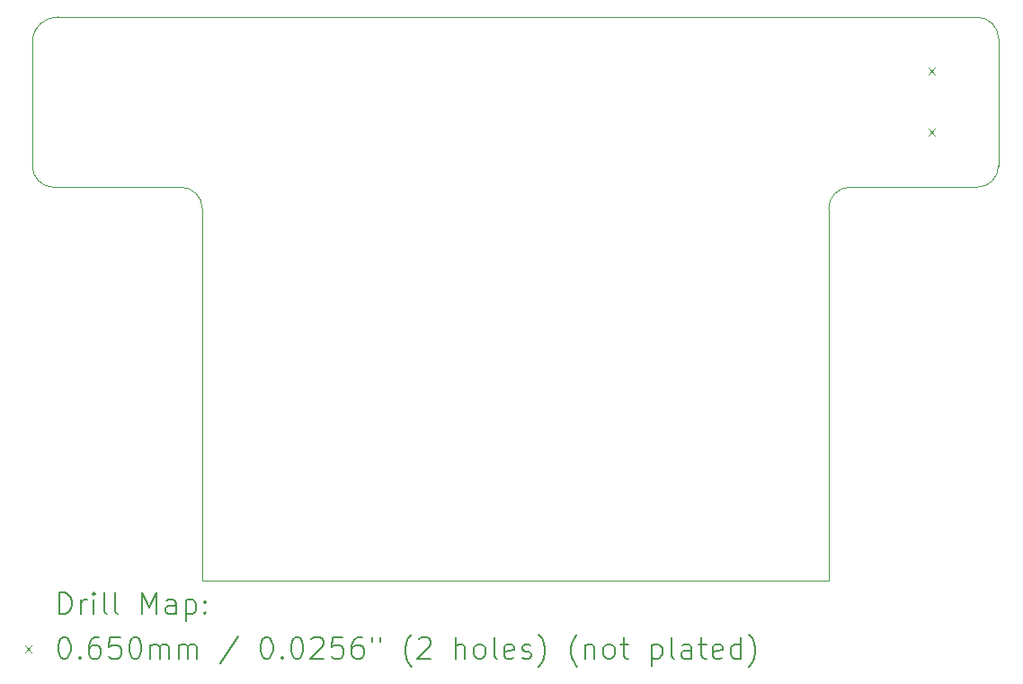
<source format=gbr>
%TF.GenerationSoftware,KiCad,Pcbnew,8.0.2-1*%
%TF.CreationDate,2024-06-14T18:01:20+02:00*%
%TF.ProjectId,hardware,68617264-7761-4726-952e-6b696361645f,rev?*%
%TF.SameCoordinates,Original*%
%TF.FileFunction,Drillmap*%
%TF.FilePolarity,Positive*%
%FSLAX45Y45*%
G04 Gerber Fmt 4.5, Leading zero omitted, Abs format (unit mm)*
G04 Created by KiCad (PCBNEW 8.0.2-1) date 2024-06-14 18:01:20*
%MOMM*%
%LPD*%
G01*
G04 APERTURE LIST*
%ADD10C,0.100000*%
%ADD11C,0.200000*%
G04 APERTURE END LIST*
D10*
X7900000Y-9800000D02*
X7900000Y-8600000D01*
X17000000Y-9800000D02*
X17000000Y-8600000D01*
X7900000Y-8600000D02*
G75*
G02*
X8141421Y-8396473I241420J-41420D01*
G01*
X8100000Y-10000000D02*
G75*
G02*
X7900000Y-9800000I0J200000D01*
G01*
X17000000Y-9800000D02*
G75*
G02*
X16800000Y-10000000I-200000J0D01*
G01*
X8100000Y-10000000D02*
X9300000Y-10000000D01*
X9500000Y-13704000D02*
X9500000Y-13190000D01*
X15400000Y-10200000D02*
G75*
G02*
X15600000Y-10000000I200000J0D01*
G01*
X9300000Y-10000000D02*
G75*
G02*
X9500000Y-10200000I0J-200000D01*
G01*
X15400000Y-13704000D02*
X9500000Y-13704000D01*
X9500000Y-10200000D02*
X9500000Y-12330000D01*
X15600000Y-10000000D02*
X16800000Y-10000000D01*
X15400000Y-13704000D02*
X15400000Y-10200000D01*
X16800000Y-8400000D02*
G75*
G02*
X17000000Y-8600000I0J-200000D01*
G01*
X16800000Y-8400000D02*
X8141421Y-8396472D01*
X9500000Y-12330000D02*
X9500000Y-13190000D01*
D11*
D10*
X16339500Y-8870500D02*
X16404500Y-8935500D01*
X16404500Y-8870500D02*
X16339500Y-8935500D01*
X16339500Y-9448500D02*
X16404500Y-9513500D01*
X16404500Y-9448500D02*
X16339500Y-9513500D01*
D11*
X8155777Y-14020484D02*
X8155777Y-13820484D01*
X8155777Y-13820484D02*
X8203396Y-13820484D01*
X8203396Y-13820484D02*
X8231967Y-13830008D01*
X8231967Y-13830008D02*
X8251015Y-13849055D01*
X8251015Y-13849055D02*
X8260539Y-13868103D01*
X8260539Y-13868103D02*
X8270062Y-13906198D01*
X8270062Y-13906198D02*
X8270062Y-13934769D01*
X8270062Y-13934769D02*
X8260539Y-13972865D01*
X8260539Y-13972865D02*
X8251015Y-13991912D01*
X8251015Y-13991912D02*
X8231967Y-14010960D01*
X8231967Y-14010960D02*
X8203396Y-14020484D01*
X8203396Y-14020484D02*
X8155777Y-14020484D01*
X8355777Y-14020484D02*
X8355777Y-13887150D01*
X8355777Y-13925246D02*
X8365301Y-13906198D01*
X8365301Y-13906198D02*
X8374824Y-13896674D01*
X8374824Y-13896674D02*
X8393872Y-13887150D01*
X8393872Y-13887150D02*
X8412920Y-13887150D01*
X8479586Y-14020484D02*
X8479586Y-13887150D01*
X8479586Y-13820484D02*
X8470063Y-13830008D01*
X8470063Y-13830008D02*
X8479586Y-13839531D01*
X8479586Y-13839531D02*
X8489110Y-13830008D01*
X8489110Y-13830008D02*
X8479586Y-13820484D01*
X8479586Y-13820484D02*
X8479586Y-13839531D01*
X8603396Y-14020484D02*
X8584348Y-14010960D01*
X8584348Y-14010960D02*
X8574824Y-13991912D01*
X8574824Y-13991912D02*
X8574824Y-13820484D01*
X8708158Y-14020484D02*
X8689110Y-14010960D01*
X8689110Y-14010960D02*
X8679586Y-13991912D01*
X8679586Y-13991912D02*
X8679586Y-13820484D01*
X8936729Y-14020484D02*
X8936729Y-13820484D01*
X8936729Y-13820484D02*
X9003396Y-13963341D01*
X9003396Y-13963341D02*
X9070063Y-13820484D01*
X9070063Y-13820484D02*
X9070063Y-14020484D01*
X9251015Y-14020484D02*
X9251015Y-13915722D01*
X9251015Y-13915722D02*
X9241491Y-13896674D01*
X9241491Y-13896674D02*
X9222444Y-13887150D01*
X9222444Y-13887150D02*
X9184348Y-13887150D01*
X9184348Y-13887150D02*
X9165301Y-13896674D01*
X9251015Y-14010960D02*
X9231967Y-14020484D01*
X9231967Y-14020484D02*
X9184348Y-14020484D01*
X9184348Y-14020484D02*
X9165301Y-14010960D01*
X9165301Y-14010960D02*
X9155777Y-13991912D01*
X9155777Y-13991912D02*
X9155777Y-13972865D01*
X9155777Y-13972865D02*
X9165301Y-13953817D01*
X9165301Y-13953817D02*
X9184348Y-13944293D01*
X9184348Y-13944293D02*
X9231967Y-13944293D01*
X9231967Y-13944293D02*
X9251015Y-13934769D01*
X9346253Y-13887150D02*
X9346253Y-14087150D01*
X9346253Y-13896674D02*
X9365301Y-13887150D01*
X9365301Y-13887150D02*
X9403396Y-13887150D01*
X9403396Y-13887150D02*
X9422444Y-13896674D01*
X9422444Y-13896674D02*
X9431967Y-13906198D01*
X9431967Y-13906198D02*
X9441491Y-13925246D01*
X9441491Y-13925246D02*
X9441491Y-13982388D01*
X9441491Y-13982388D02*
X9431967Y-14001436D01*
X9431967Y-14001436D02*
X9422444Y-14010960D01*
X9422444Y-14010960D02*
X9403396Y-14020484D01*
X9403396Y-14020484D02*
X9365301Y-14020484D01*
X9365301Y-14020484D02*
X9346253Y-14010960D01*
X9527205Y-14001436D02*
X9536729Y-14010960D01*
X9536729Y-14010960D02*
X9527205Y-14020484D01*
X9527205Y-14020484D02*
X9517682Y-14010960D01*
X9517682Y-14010960D02*
X9527205Y-14001436D01*
X9527205Y-14001436D02*
X9527205Y-14020484D01*
X9527205Y-13896674D02*
X9536729Y-13906198D01*
X9536729Y-13906198D02*
X9527205Y-13915722D01*
X9527205Y-13915722D02*
X9517682Y-13906198D01*
X9517682Y-13906198D02*
X9527205Y-13896674D01*
X9527205Y-13896674D02*
X9527205Y-13915722D01*
D10*
X7830000Y-14316500D02*
X7895000Y-14381500D01*
X7895000Y-14316500D02*
X7830000Y-14381500D01*
D11*
X8193872Y-14240484D02*
X8212920Y-14240484D01*
X8212920Y-14240484D02*
X8231967Y-14250008D01*
X8231967Y-14250008D02*
X8241491Y-14259531D01*
X8241491Y-14259531D02*
X8251015Y-14278579D01*
X8251015Y-14278579D02*
X8260539Y-14316674D01*
X8260539Y-14316674D02*
X8260539Y-14364293D01*
X8260539Y-14364293D02*
X8251015Y-14402388D01*
X8251015Y-14402388D02*
X8241491Y-14421436D01*
X8241491Y-14421436D02*
X8231967Y-14430960D01*
X8231967Y-14430960D02*
X8212920Y-14440484D01*
X8212920Y-14440484D02*
X8193872Y-14440484D01*
X8193872Y-14440484D02*
X8174824Y-14430960D01*
X8174824Y-14430960D02*
X8165301Y-14421436D01*
X8165301Y-14421436D02*
X8155777Y-14402388D01*
X8155777Y-14402388D02*
X8146253Y-14364293D01*
X8146253Y-14364293D02*
X8146253Y-14316674D01*
X8146253Y-14316674D02*
X8155777Y-14278579D01*
X8155777Y-14278579D02*
X8165301Y-14259531D01*
X8165301Y-14259531D02*
X8174824Y-14250008D01*
X8174824Y-14250008D02*
X8193872Y-14240484D01*
X8346253Y-14421436D02*
X8355777Y-14430960D01*
X8355777Y-14430960D02*
X8346253Y-14440484D01*
X8346253Y-14440484D02*
X8336729Y-14430960D01*
X8336729Y-14430960D02*
X8346253Y-14421436D01*
X8346253Y-14421436D02*
X8346253Y-14440484D01*
X8527205Y-14240484D02*
X8489110Y-14240484D01*
X8489110Y-14240484D02*
X8470063Y-14250008D01*
X8470063Y-14250008D02*
X8460539Y-14259531D01*
X8460539Y-14259531D02*
X8441491Y-14288103D01*
X8441491Y-14288103D02*
X8431967Y-14326198D01*
X8431967Y-14326198D02*
X8431967Y-14402388D01*
X8431967Y-14402388D02*
X8441491Y-14421436D01*
X8441491Y-14421436D02*
X8451015Y-14430960D01*
X8451015Y-14430960D02*
X8470063Y-14440484D01*
X8470063Y-14440484D02*
X8508158Y-14440484D01*
X8508158Y-14440484D02*
X8527205Y-14430960D01*
X8527205Y-14430960D02*
X8536729Y-14421436D01*
X8536729Y-14421436D02*
X8546253Y-14402388D01*
X8546253Y-14402388D02*
X8546253Y-14354769D01*
X8546253Y-14354769D02*
X8536729Y-14335722D01*
X8536729Y-14335722D02*
X8527205Y-14326198D01*
X8527205Y-14326198D02*
X8508158Y-14316674D01*
X8508158Y-14316674D02*
X8470063Y-14316674D01*
X8470063Y-14316674D02*
X8451015Y-14326198D01*
X8451015Y-14326198D02*
X8441491Y-14335722D01*
X8441491Y-14335722D02*
X8431967Y-14354769D01*
X8727205Y-14240484D02*
X8631967Y-14240484D01*
X8631967Y-14240484D02*
X8622444Y-14335722D01*
X8622444Y-14335722D02*
X8631967Y-14326198D01*
X8631967Y-14326198D02*
X8651015Y-14316674D01*
X8651015Y-14316674D02*
X8698634Y-14316674D01*
X8698634Y-14316674D02*
X8717682Y-14326198D01*
X8717682Y-14326198D02*
X8727205Y-14335722D01*
X8727205Y-14335722D02*
X8736729Y-14354769D01*
X8736729Y-14354769D02*
X8736729Y-14402388D01*
X8736729Y-14402388D02*
X8727205Y-14421436D01*
X8727205Y-14421436D02*
X8717682Y-14430960D01*
X8717682Y-14430960D02*
X8698634Y-14440484D01*
X8698634Y-14440484D02*
X8651015Y-14440484D01*
X8651015Y-14440484D02*
X8631967Y-14430960D01*
X8631967Y-14430960D02*
X8622444Y-14421436D01*
X8860539Y-14240484D02*
X8879586Y-14240484D01*
X8879586Y-14240484D02*
X8898634Y-14250008D01*
X8898634Y-14250008D02*
X8908158Y-14259531D01*
X8908158Y-14259531D02*
X8917682Y-14278579D01*
X8917682Y-14278579D02*
X8927205Y-14316674D01*
X8927205Y-14316674D02*
X8927205Y-14364293D01*
X8927205Y-14364293D02*
X8917682Y-14402388D01*
X8917682Y-14402388D02*
X8908158Y-14421436D01*
X8908158Y-14421436D02*
X8898634Y-14430960D01*
X8898634Y-14430960D02*
X8879586Y-14440484D01*
X8879586Y-14440484D02*
X8860539Y-14440484D01*
X8860539Y-14440484D02*
X8841491Y-14430960D01*
X8841491Y-14430960D02*
X8831967Y-14421436D01*
X8831967Y-14421436D02*
X8822444Y-14402388D01*
X8822444Y-14402388D02*
X8812920Y-14364293D01*
X8812920Y-14364293D02*
X8812920Y-14316674D01*
X8812920Y-14316674D02*
X8822444Y-14278579D01*
X8822444Y-14278579D02*
X8831967Y-14259531D01*
X8831967Y-14259531D02*
X8841491Y-14250008D01*
X8841491Y-14250008D02*
X8860539Y-14240484D01*
X9012920Y-14440484D02*
X9012920Y-14307150D01*
X9012920Y-14326198D02*
X9022444Y-14316674D01*
X9022444Y-14316674D02*
X9041491Y-14307150D01*
X9041491Y-14307150D02*
X9070063Y-14307150D01*
X9070063Y-14307150D02*
X9089110Y-14316674D01*
X9089110Y-14316674D02*
X9098634Y-14335722D01*
X9098634Y-14335722D02*
X9098634Y-14440484D01*
X9098634Y-14335722D02*
X9108158Y-14316674D01*
X9108158Y-14316674D02*
X9127205Y-14307150D01*
X9127205Y-14307150D02*
X9155777Y-14307150D01*
X9155777Y-14307150D02*
X9174825Y-14316674D01*
X9174825Y-14316674D02*
X9184348Y-14335722D01*
X9184348Y-14335722D02*
X9184348Y-14440484D01*
X9279586Y-14440484D02*
X9279586Y-14307150D01*
X9279586Y-14326198D02*
X9289110Y-14316674D01*
X9289110Y-14316674D02*
X9308158Y-14307150D01*
X9308158Y-14307150D02*
X9336729Y-14307150D01*
X9336729Y-14307150D02*
X9355777Y-14316674D01*
X9355777Y-14316674D02*
X9365301Y-14335722D01*
X9365301Y-14335722D02*
X9365301Y-14440484D01*
X9365301Y-14335722D02*
X9374825Y-14316674D01*
X9374825Y-14316674D02*
X9393872Y-14307150D01*
X9393872Y-14307150D02*
X9422444Y-14307150D01*
X9422444Y-14307150D02*
X9441491Y-14316674D01*
X9441491Y-14316674D02*
X9451015Y-14335722D01*
X9451015Y-14335722D02*
X9451015Y-14440484D01*
X9841491Y-14230960D02*
X9670063Y-14488103D01*
X10098634Y-14240484D02*
X10117682Y-14240484D01*
X10117682Y-14240484D02*
X10136729Y-14250008D01*
X10136729Y-14250008D02*
X10146253Y-14259531D01*
X10146253Y-14259531D02*
X10155777Y-14278579D01*
X10155777Y-14278579D02*
X10165301Y-14316674D01*
X10165301Y-14316674D02*
X10165301Y-14364293D01*
X10165301Y-14364293D02*
X10155777Y-14402388D01*
X10155777Y-14402388D02*
X10146253Y-14421436D01*
X10146253Y-14421436D02*
X10136729Y-14430960D01*
X10136729Y-14430960D02*
X10117682Y-14440484D01*
X10117682Y-14440484D02*
X10098634Y-14440484D01*
X10098634Y-14440484D02*
X10079587Y-14430960D01*
X10079587Y-14430960D02*
X10070063Y-14421436D01*
X10070063Y-14421436D02*
X10060539Y-14402388D01*
X10060539Y-14402388D02*
X10051015Y-14364293D01*
X10051015Y-14364293D02*
X10051015Y-14316674D01*
X10051015Y-14316674D02*
X10060539Y-14278579D01*
X10060539Y-14278579D02*
X10070063Y-14259531D01*
X10070063Y-14259531D02*
X10079587Y-14250008D01*
X10079587Y-14250008D02*
X10098634Y-14240484D01*
X10251015Y-14421436D02*
X10260539Y-14430960D01*
X10260539Y-14430960D02*
X10251015Y-14440484D01*
X10251015Y-14440484D02*
X10241491Y-14430960D01*
X10241491Y-14430960D02*
X10251015Y-14421436D01*
X10251015Y-14421436D02*
X10251015Y-14440484D01*
X10384348Y-14240484D02*
X10403396Y-14240484D01*
X10403396Y-14240484D02*
X10422444Y-14250008D01*
X10422444Y-14250008D02*
X10431968Y-14259531D01*
X10431968Y-14259531D02*
X10441491Y-14278579D01*
X10441491Y-14278579D02*
X10451015Y-14316674D01*
X10451015Y-14316674D02*
X10451015Y-14364293D01*
X10451015Y-14364293D02*
X10441491Y-14402388D01*
X10441491Y-14402388D02*
X10431968Y-14421436D01*
X10431968Y-14421436D02*
X10422444Y-14430960D01*
X10422444Y-14430960D02*
X10403396Y-14440484D01*
X10403396Y-14440484D02*
X10384348Y-14440484D01*
X10384348Y-14440484D02*
X10365301Y-14430960D01*
X10365301Y-14430960D02*
X10355777Y-14421436D01*
X10355777Y-14421436D02*
X10346253Y-14402388D01*
X10346253Y-14402388D02*
X10336729Y-14364293D01*
X10336729Y-14364293D02*
X10336729Y-14316674D01*
X10336729Y-14316674D02*
X10346253Y-14278579D01*
X10346253Y-14278579D02*
X10355777Y-14259531D01*
X10355777Y-14259531D02*
X10365301Y-14250008D01*
X10365301Y-14250008D02*
X10384348Y-14240484D01*
X10527206Y-14259531D02*
X10536729Y-14250008D01*
X10536729Y-14250008D02*
X10555777Y-14240484D01*
X10555777Y-14240484D02*
X10603396Y-14240484D01*
X10603396Y-14240484D02*
X10622444Y-14250008D01*
X10622444Y-14250008D02*
X10631968Y-14259531D01*
X10631968Y-14259531D02*
X10641491Y-14278579D01*
X10641491Y-14278579D02*
X10641491Y-14297627D01*
X10641491Y-14297627D02*
X10631968Y-14326198D01*
X10631968Y-14326198D02*
X10517682Y-14440484D01*
X10517682Y-14440484D02*
X10641491Y-14440484D01*
X10822444Y-14240484D02*
X10727206Y-14240484D01*
X10727206Y-14240484D02*
X10717682Y-14335722D01*
X10717682Y-14335722D02*
X10727206Y-14326198D01*
X10727206Y-14326198D02*
X10746253Y-14316674D01*
X10746253Y-14316674D02*
X10793872Y-14316674D01*
X10793872Y-14316674D02*
X10812920Y-14326198D01*
X10812920Y-14326198D02*
X10822444Y-14335722D01*
X10822444Y-14335722D02*
X10831968Y-14354769D01*
X10831968Y-14354769D02*
X10831968Y-14402388D01*
X10831968Y-14402388D02*
X10822444Y-14421436D01*
X10822444Y-14421436D02*
X10812920Y-14430960D01*
X10812920Y-14430960D02*
X10793872Y-14440484D01*
X10793872Y-14440484D02*
X10746253Y-14440484D01*
X10746253Y-14440484D02*
X10727206Y-14430960D01*
X10727206Y-14430960D02*
X10717682Y-14421436D01*
X11003396Y-14240484D02*
X10965301Y-14240484D01*
X10965301Y-14240484D02*
X10946253Y-14250008D01*
X10946253Y-14250008D02*
X10936729Y-14259531D01*
X10936729Y-14259531D02*
X10917682Y-14288103D01*
X10917682Y-14288103D02*
X10908158Y-14326198D01*
X10908158Y-14326198D02*
X10908158Y-14402388D01*
X10908158Y-14402388D02*
X10917682Y-14421436D01*
X10917682Y-14421436D02*
X10927206Y-14430960D01*
X10927206Y-14430960D02*
X10946253Y-14440484D01*
X10946253Y-14440484D02*
X10984349Y-14440484D01*
X10984349Y-14440484D02*
X11003396Y-14430960D01*
X11003396Y-14430960D02*
X11012920Y-14421436D01*
X11012920Y-14421436D02*
X11022444Y-14402388D01*
X11022444Y-14402388D02*
X11022444Y-14354769D01*
X11022444Y-14354769D02*
X11012920Y-14335722D01*
X11012920Y-14335722D02*
X11003396Y-14326198D01*
X11003396Y-14326198D02*
X10984349Y-14316674D01*
X10984349Y-14316674D02*
X10946253Y-14316674D01*
X10946253Y-14316674D02*
X10927206Y-14326198D01*
X10927206Y-14326198D02*
X10917682Y-14335722D01*
X10917682Y-14335722D02*
X10908158Y-14354769D01*
X11098634Y-14240484D02*
X11098634Y-14278579D01*
X11174825Y-14240484D02*
X11174825Y-14278579D01*
X11470063Y-14516674D02*
X11460539Y-14507150D01*
X11460539Y-14507150D02*
X11441491Y-14478579D01*
X11441491Y-14478579D02*
X11431968Y-14459531D01*
X11431968Y-14459531D02*
X11422444Y-14430960D01*
X11422444Y-14430960D02*
X11412920Y-14383341D01*
X11412920Y-14383341D02*
X11412920Y-14345246D01*
X11412920Y-14345246D02*
X11422444Y-14297627D01*
X11422444Y-14297627D02*
X11431968Y-14269055D01*
X11431968Y-14269055D02*
X11441491Y-14250008D01*
X11441491Y-14250008D02*
X11460539Y-14221436D01*
X11460539Y-14221436D02*
X11470063Y-14211912D01*
X11536729Y-14259531D02*
X11546253Y-14250008D01*
X11546253Y-14250008D02*
X11565301Y-14240484D01*
X11565301Y-14240484D02*
X11612920Y-14240484D01*
X11612920Y-14240484D02*
X11631968Y-14250008D01*
X11631968Y-14250008D02*
X11641491Y-14259531D01*
X11641491Y-14259531D02*
X11651015Y-14278579D01*
X11651015Y-14278579D02*
X11651015Y-14297627D01*
X11651015Y-14297627D02*
X11641491Y-14326198D01*
X11641491Y-14326198D02*
X11527206Y-14440484D01*
X11527206Y-14440484D02*
X11651015Y-14440484D01*
X11889110Y-14440484D02*
X11889110Y-14240484D01*
X11974825Y-14440484D02*
X11974825Y-14335722D01*
X11974825Y-14335722D02*
X11965301Y-14316674D01*
X11965301Y-14316674D02*
X11946253Y-14307150D01*
X11946253Y-14307150D02*
X11917682Y-14307150D01*
X11917682Y-14307150D02*
X11898634Y-14316674D01*
X11898634Y-14316674D02*
X11889110Y-14326198D01*
X12098634Y-14440484D02*
X12079587Y-14430960D01*
X12079587Y-14430960D02*
X12070063Y-14421436D01*
X12070063Y-14421436D02*
X12060539Y-14402388D01*
X12060539Y-14402388D02*
X12060539Y-14345246D01*
X12060539Y-14345246D02*
X12070063Y-14326198D01*
X12070063Y-14326198D02*
X12079587Y-14316674D01*
X12079587Y-14316674D02*
X12098634Y-14307150D01*
X12098634Y-14307150D02*
X12127206Y-14307150D01*
X12127206Y-14307150D02*
X12146253Y-14316674D01*
X12146253Y-14316674D02*
X12155777Y-14326198D01*
X12155777Y-14326198D02*
X12165301Y-14345246D01*
X12165301Y-14345246D02*
X12165301Y-14402388D01*
X12165301Y-14402388D02*
X12155777Y-14421436D01*
X12155777Y-14421436D02*
X12146253Y-14430960D01*
X12146253Y-14430960D02*
X12127206Y-14440484D01*
X12127206Y-14440484D02*
X12098634Y-14440484D01*
X12279587Y-14440484D02*
X12260539Y-14430960D01*
X12260539Y-14430960D02*
X12251015Y-14411912D01*
X12251015Y-14411912D02*
X12251015Y-14240484D01*
X12431968Y-14430960D02*
X12412920Y-14440484D01*
X12412920Y-14440484D02*
X12374825Y-14440484D01*
X12374825Y-14440484D02*
X12355777Y-14430960D01*
X12355777Y-14430960D02*
X12346253Y-14411912D01*
X12346253Y-14411912D02*
X12346253Y-14335722D01*
X12346253Y-14335722D02*
X12355777Y-14316674D01*
X12355777Y-14316674D02*
X12374825Y-14307150D01*
X12374825Y-14307150D02*
X12412920Y-14307150D01*
X12412920Y-14307150D02*
X12431968Y-14316674D01*
X12431968Y-14316674D02*
X12441491Y-14335722D01*
X12441491Y-14335722D02*
X12441491Y-14354769D01*
X12441491Y-14354769D02*
X12346253Y-14373817D01*
X12517682Y-14430960D02*
X12536730Y-14440484D01*
X12536730Y-14440484D02*
X12574825Y-14440484D01*
X12574825Y-14440484D02*
X12593872Y-14430960D01*
X12593872Y-14430960D02*
X12603396Y-14411912D01*
X12603396Y-14411912D02*
X12603396Y-14402388D01*
X12603396Y-14402388D02*
X12593872Y-14383341D01*
X12593872Y-14383341D02*
X12574825Y-14373817D01*
X12574825Y-14373817D02*
X12546253Y-14373817D01*
X12546253Y-14373817D02*
X12527206Y-14364293D01*
X12527206Y-14364293D02*
X12517682Y-14345246D01*
X12517682Y-14345246D02*
X12517682Y-14335722D01*
X12517682Y-14335722D02*
X12527206Y-14316674D01*
X12527206Y-14316674D02*
X12546253Y-14307150D01*
X12546253Y-14307150D02*
X12574825Y-14307150D01*
X12574825Y-14307150D02*
X12593872Y-14316674D01*
X12670063Y-14516674D02*
X12679587Y-14507150D01*
X12679587Y-14507150D02*
X12698634Y-14478579D01*
X12698634Y-14478579D02*
X12708158Y-14459531D01*
X12708158Y-14459531D02*
X12717682Y-14430960D01*
X12717682Y-14430960D02*
X12727206Y-14383341D01*
X12727206Y-14383341D02*
X12727206Y-14345246D01*
X12727206Y-14345246D02*
X12717682Y-14297627D01*
X12717682Y-14297627D02*
X12708158Y-14269055D01*
X12708158Y-14269055D02*
X12698634Y-14250008D01*
X12698634Y-14250008D02*
X12679587Y-14221436D01*
X12679587Y-14221436D02*
X12670063Y-14211912D01*
X13031968Y-14516674D02*
X13022444Y-14507150D01*
X13022444Y-14507150D02*
X13003396Y-14478579D01*
X13003396Y-14478579D02*
X12993872Y-14459531D01*
X12993872Y-14459531D02*
X12984349Y-14430960D01*
X12984349Y-14430960D02*
X12974825Y-14383341D01*
X12974825Y-14383341D02*
X12974825Y-14345246D01*
X12974825Y-14345246D02*
X12984349Y-14297627D01*
X12984349Y-14297627D02*
X12993872Y-14269055D01*
X12993872Y-14269055D02*
X13003396Y-14250008D01*
X13003396Y-14250008D02*
X13022444Y-14221436D01*
X13022444Y-14221436D02*
X13031968Y-14211912D01*
X13108158Y-14307150D02*
X13108158Y-14440484D01*
X13108158Y-14326198D02*
X13117682Y-14316674D01*
X13117682Y-14316674D02*
X13136730Y-14307150D01*
X13136730Y-14307150D02*
X13165301Y-14307150D01*
X13165301Y-14307150D02*
X13184349Y-14316674D01*
X13184349Y-14316674D02*
X13193872Y-14335722D01*
X13193872Y-14335722D02*
X13193872Y-14440484D01*
X13317682Y-14440484D02*
X13298634Y-14430960D01*
X13298634Y-14430960D02*
X13289111Y-14421436D01*
X13289111Y-14421436D02*
X13279587Y-14402388D01*
X13279587Y-14402388D02*
X13279587Y-14345246D01*
X13279587Y-14345246D02*
X13289111Y-14326198D01*
X13289111Y-14326198D02*
X13298634Y-14316674D01*
X13298634Y-14316674D02*
X13317682Y-14307150D01*
X13317682Y-14307150D02*
X13346253Y-14307150D01*
X13346253Y-14307150D02*
X13365301Y-14316674D01*
X13365301Y-14316674D02*
X13374825Y-14326198D01*
X13374825Y-14326198D02*
X13384349Y-14345246D01*
X13384349Y-14345246D02*
X13384349Y-14402388D01*
X13384349Y-14402388D02*
X13374825Y-14421436D01*
X13374825Y-14421436D02*
X13365301Y-14430960D01*
X13365301Y-14430960D02*
X13346253Y-14440484D01*
X13346253Y-14440484D02*
X13317682Y-14440484D01*
X13441492Y-14307150D02*
X13517682Y-14307150D01*
X13470063Y-14240484D02*
X13470063Y-14411912D01*
X13470063Y-14411912D02*
X13479587Y-14430960D01*
X13479587Y-14430960D02*
X13498634Y-14440484D01*
X13498634Y-14440484D02*
X13517682Y-14440484D01*
X13736730Y-14307150D02*
X13736730Y-14507150D01*
X13736730Y-14316674D02*
X13755777Y-14307150D01*
X13755777Y-14307150D02*
X13793873Y-14307150D01*
X13793873Y-14307150D02*
X13812920Y-14316674D01*
X13812920Y-14316674D02*
X13822444Y-14326198D01*
X13822444Y-14326198D02*
X13831968Y-14345246D01*
X13831968Y-14345246D02*
X13831968Y-14402388D01*
X13831968Y-14402388D02*
X13822444Y-14421436D01*
X13822444Y-14421436D02*
X13812920Y-14430960D01*
X13812920Y-14430960D02*
X13793873Y-14440484D01*
X13793873Y-14440484D02*
X13755777Y-14440484D01*
X13755777Y-14440484D02*
X13736730Y-14430960D01*
X13946253Y-14440484D02*
X13927206Y-14430960D01*
X13927206Y-14430960D02*
X13917682Y-14411912D01*
X13917682Y-14411912D02*
X13917682Y-14240484D01*
X14108158Y-14440484D02*
X14108158Y-14335722D01*
X14108158Y-14335722D02*
X14098634Y-14316674D01*
X14098634Y-14316674D02*
X14079587Y-14307150D01*
X14079587Y-14307150D02*
X14041492Y-14307150D01*
X14041492Y-14307150D02*
X14022444Y-14316674D01*
X14108158Y-14430960D02*
X14089111Y-14440484D01*
X14089111Y-14440484D02*
X14041492Y-14440484D01*
X14041492Y-14440484D02*
X14022444Y-14430960D01*
X14022444Y-14430960D02*
X14012920Y-14411912D01*
X14012920Y-14411912D02*
X14012920Y-14392865D01*
X14012920Y-14392865D02*
X14022444Y-14373817D01*
X14022444Y-14373817D02*
X14041492Y-14364293D01*
X14041492Y-14364293D02*
X14089111Y-14364293D01*
X14089111Y-14364293D02*
X14108158Y-14354769D01*
X14174825Y-14307150D02*
X14251015Y-14307150D01*
X14203396Y-14240484D02*
X14203396Y-14411912D01*
X14203396Y-14411912D02*
X14212920Y-14430960D01*
X14212920Y-14430960D02*
X14231968Y-14440484D01*
X14231968Y-14440484D02*
X14251015Y-14440484D01*
X14393873Y-14430960D02*
X14374825Y-14440484D01*
X14374825Y-14440484D02*
X14336730Y-14440484D01*
X14336730Y-14440484D02*
X14317682Y-14430960D01*
X14317682Y-14430960D02*
X14308158Y-14411912D01*
X14308158Y-14411912D02*
X14308158Y-14335722D01*
X14308158Y-14335722D02*
X14317682Y-14316674D01*
X14317682Y-14316674D02*
X14336730Y-14307150D01*
X14336730Y-14307150D02*
X14374825Y-14307150D01*
X14374825Y-14307150D02*
X14393873Y-14316674D01*
X14393873Y-14316674D02*
X14403396Y-14335722D01*
X14403396Y-14335722D02*
X14403396Y-14354769D01*
X14403396Y-14354769D02*
X14308158Y-14373817D01*
X14574825Y-14440484D02*
X14574825Y-14240484D01*
X14574825Y-14430960D02*
X14555777Y-14440484D01*
X14555777Y-14440484D02*
X14517682Y-14440484D01*
X14517682Y-14440484D02*
X14498634Y-14430960D01*
X14498634Y-14430960D02*
X14489111Y-14421436D01*
X14489111Y-14421436D02*
X14479587Y-14402388D01*
X14479587Y-14402388D02*
X14479587Y-14345246D01*
X14479587Y-14345246D02*
X14489111Y-14326198D01*
X14489111Y-14326198D02*
X14498634Y-14316674D01*
X14498634Y-14316674D02*
X14517682Y-14307150D01*
X14517682Y-14307150D02*
X14555777Y-14307150D01*
X14555777Y-14307150D02*
X14574825Y-14316674D01*
X14651015Y-14516674D02*
X14660539Y-14507150D01*
X14660539Y-14507150D02*
X14679587Y-14478579D01*
X14679587Y-14478579D02*
X14689111Y-14459531D01*
X14689111Y-14459531D02*
X14698634Y-14430960D01*
X14698634Y-14430960D02*
X14708158Y-14383341D01*
X14708158Y-14383341D02*
X14708158Y-14345246D01*
X14708158Y-14345246D02*
X14698634Y-14297627D01*
X14698634Y-14297627D02*
X14689111Y-14269055D01*
X14689111Y-14269055D02*
X14679587Y-14250008D01*
X14679587Y-14250008D02*
X14660539Y-14221436D01*
X14660539Y-14221436D02*
X14651015Y-14211912D01*
M02*

</source>
